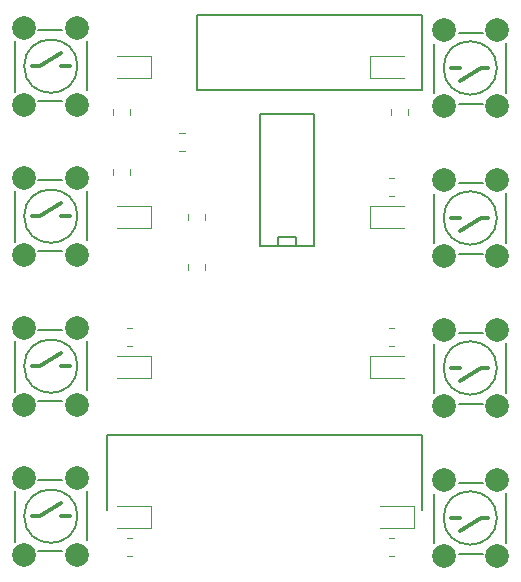
<source format=gbr>
G04 #@! TF.GenerationSoftware,KiCad,Pcbnew,6.0.11-2627ca5db0~126~ubuntu22.04.1*
G04 #@! TF.CreationDate,2023-12-06T10:13:38+01:00*
G04 #@! TF.ProjectId,pushbutton8,70757368-6275-4747-946f-6e382e6b6963,3*
G04 #@! TF.SameCoordinates,PX6657f38PY8eeaea0*
G04 #@! TF.FileFunction,Legend,Top*
G04 #@! TF.FilePolarity,Positive*
%FSLAX46Y46*%
G04 Gerber Fmt 4.6, Leading zero omitted, Abs format (unit mm)*
G04 Created by KiCad (PCBNEW 6.0.11-2627ca5db0~126~ubuntu22.04.1) date 2023-12-06 10:13:38*
%MOMM*%
%LPD*%
G01*
G04 APERTURE LIST*
%ADD10C,0.150000*%
%ADD11C,0.120000*%
%ADD12C,0.300000*%
%ADD13C,2.000000*%
G04 APERTURE END LIST*
D10*
X33655000Y10160000D02*
X33655000Y3810000D01*
X33655000Y45720000D02*
X33655000Y39370000D01*
X6985000Y10160000D02*
X33655000Y10160000D01*
X14605000Y39370000D02*
X14605000Y45720000D01*
X14605000Y45720000D02*
X33655000Y45720000D01*
X6985000Y3810000D02*
X6985000Y10160000D01*
X33655000Y39370000D02*
X14605000Y39370000D01*
D11*
X15340000Y24623752D02*
X15340000Y24101248D01*
X13870000Y24623752D02*
X13870000Y24101248D01*
X13596252Y34190000D02*
X13073748Y34190000D01*
X13596252Y35660000D02*
X13073748Y35660000D01*
X10750000Y40315000D02*
X10750000Y42235000D01*
X10750000Y42235000D02*
X7890000Y42235000D01*
X7890000Y40315000D02*
X10750000Y40315000D01*
X10750000Y27615000D02*
X10750000Y29535000D01*
X10750000Y29535000D02*
X7890000Y29535000D01*
X7890000Y27615000D02*
X10750000Y27615000D01*
X7890000Y14915000D02*
X10750000Y14915000D01*
X10750000Y16835000D02*
X7890000Y16835000D01*
X10750000Y14915000D02*
X10750000Y16835000D01*
X10750000Y2215000D02*
X10750000Y4135000D01*
X7890000Y2215000D02*
X10750000Y2215000D01*
X10750000Y4135000D02*
X7890000Y4135000D01*
X29255000Y42235000D02*
X29255000Y40315000D01*
X32115000Y42235000D02*
X29255000Y42235000D01*
X29255000Y40315000D02*
X32115000Y40315000D01*
X29255000Y29535000D02*
X29255000Y27615000D01*
X29255000Y27615000D02*
X32115000Y27615000D01*
X32115000Y29535000D02*
X29255000Y29535000D01*
X32115000Y16835000D02*
X29255000Y16835000D01*
X29255000Y16835000D02*
X29255000Y14915000D01*
X29255000Y14915000D02*
X32115000Y14915000D01*
X32975000Y2215000D02*
X32975000Y4135000D01*
X30115000Y2215000D02*
X32975000Y2215000D01*
X32975000Y4135000D02*
X30115000Y4135000D01*
X8990000Y37692064D02*
X8990000Y37237936D01*
X7520000Y37692064D02*
X7520000Y37237936D01*
X7520000Y32157936D02*
X7520000Y32612064D01*
X8990000Y32157936D02*
X8990000Y32612064D01*
X8662936Y17680000D02*
X9117064Y17680000D01*
X8662936Y19150000D02*
X9117064Y19150000D01*
X8662936Y-100000D02*
X9117064Y-100000D01*
X8662936Y1370000D02*
X9117064Y1370000D01*
X32485000Y37692064D02*
X32485000Y37237936D01*
X31015000Y37692064D02*
X31015000Y37237936D01*
X31342064Y30380000D02*
X30887936Y30380000D01*
X31342064Y31850000D02*
X30887936Y31850000D01*
X31342064Y17680000D02*
X30887936Y17680000D01*
X31342064Y19150000D02*
X30887936Y19150000D01*
X30887936Y-100000D02*
X31342064Y-100000D01*
X30887936Y1370000D02*
X31342064Y1370000D01*
X15340000Y28347936D02*
X15340000Y28802064D01*
X13870000Y28347936D02*
X13870000Y28802064D01*
D10*
X1200000Y44400000D02*
X3200000Y44400000D01*
D12*
X1350000Y41350000D02*
X3150000Y42450000D01*
D10*
X-800000Y39200000D02*
X-800000Y43500000D01*
D12*
X3150000Y41350000D02*
X3850000Y41350000D01*
D10*
X1200000Y38400000D02*
X3200000Y38400000D01*
D12*
X700000Y41350000D02*
X1350000Y41350000D01*
D10*
X5300000Y39300000D02*
X5300000Y43500000D01*
X4508871Y41350000D02*
G75*
G03*
X4508871Y41350000I-2258871J0D01*
G01*
X-800000Y26500000D02*
X-800000Y30800000D01*
X1200000Y31700000D02*
X3200000Y31700000D01*
X5300000Y26600000D02*
X5300000Y30800000D01*
D12*
X700000Y28650000D02*
X1350000Y28650000D01*
X3150000Y28650000D02*
X3850000Y28650000D01*
X1350000Y28650000D02*
X3150000Y29750000D01*
D10*
X1200000Y25700000D02*
X3200000Y25700000D01*
X4508871Y28650000D02*
G75*
G03*
X4508871Y28650000I-2258871J0D01*
G01*
D12*
X3150000Y15950000D02*
X3850000Y15950000D01*
D10*
X-800000Y13800000D02*
X-800000Y18100000D01*
X1200000Y13000000D02*
X3200000Y13000000D01*
X1200000Y19000000D02*
X3200000Y19000000D01*
D12*
X1350000Y15950000D02*
X3150000Y17050000D01*
D10*
X5300000Y13900000D02*
X5300000Y18100000D01*
D12*
X700000Y15950000D02*
X1350000Y15950000D01*
D10*
X4508871Y15950000D02*
G75*
G03*
X4508871Y15950000I-2258871J0D01*
G01*
X1200000Y6300000D02*
X3200000Y6300000D01*
X1200000Y300000D02*
X3200000Y300000D01*
D12*
X3150000Y3250000D02*
X3850000Y3250000D01*
X700000Y3250000D02*
X1350000Y3250000D01*
D10*
X5300000Y1200000D02*
X5300000Y5400000D01*
D12*
X1350000Y3250000D02*
X3150000Y4350000D01*
D10*
X-800000Y1100000D02*
X-800000Y5400000D01*
X4508871Y3250000D02*
G75*
G03*
X4508871Y3250000I-2258871J0D01*
G01*
D12*
X38655000Y41200000D02*
X36855000Y40100000D01*
D10*
X34705000Y43250000D02*
X34705000Y39050000D01*
X38805000Y38150000D02*
X36805000Y38150000D01*
X40805000Y43350000D02*
X40805000Y39050000D01*
D12*
X36855000Y41200000D02*
X36155000Y41200000D01*
X39305000Y41200000D02*
X38655000Y41200000D01*
D10*
X38805000Y44150000D02*
X36805000Y44150000D01*
X40013871Y41200000D02*
G75*
G03*
X40013871Y41200000I-2258871J0D01*
G01*
D12*
X38655000Y28500000D02*
X36855000Y27400000D01*
D10*
X34705000Y30550000D02*
X34705000Y26350000D01*
X40805000Y30650000D02*
X40805000Y26350000D01*
X38805000Y31450000D02*
X36805000Y31450000D01*
D12*
X36855000Y28500000D02*
X36155000Y28500000D01*
D10*
X38805000Y25450000D02*
X36805000Y25450000D01*
D12*
X39305000Y28500000D02*
X38655000Y28500000D01*
D10*
X40013871Y28500000D02*
G75*
G03*
X40013871Y28500000I-2258871J0D01*
G01*
D12*
X36855000Y15800000D02*
X36155000Y15800000D01*
D10*
X38805000Y12750000D02*
X36805000Y12750000D01*
D12*
X39305000Y15800000D02*
X38655000Y15800000D01*
D10*
X40805000Y17950000D02*
X40805000Y13650000D01*
D12*
X38655000Y15800000D02*
X36855000Y14700000D01*
D10*
X34705000Y17850000D02*
X34705000Y13650000D01*
X38805000Y18750000D02*
X36805000Y18750000D01*
X40013871Y15800000D02*
G75*
G03*
X40013871Y15800000I-2258871J0D01*
G01*
X38805000Y50000D02*
X36805000Y50000D01*
X38805000Y6050000D02*
X36805000Y6050000D01*
X34705000Y5150000D02*
X34705000Y950000D01*
D12*
X36855000Y3100000D02*
X36155000Y3100000D01*
X39305000Y3100000D02*
X38655000Y3100000D01*
X38655000Y3100000D02*
X36855000Y2000000D01*
D10*
X40805000Y5250000D02*
X40805000Y950000D01*
X40013871Y3100000D02*
G75*
G03*
X40013871Y3100000I-2258871J0D01*
G01*
X21463000Y26924000D02*
X22987000Y26924000D01*
X22987000Y26924000D02*
X22987000Y26162000D01*
X24511000Y26162000D02*
X19939000Y26162000D01*
X19939000Y26162000D02*
X19939000Y37338000D01*
X19939000Y37338000D02*
X24511000Y37338000D01*
X24511000Y37338000D02*
X24511000Y26162000D01*
X21463000Y26162000D02*
X21463000Y26924000D01*
D13*
X0Y38100000D03*
X0Y44600000D03*
X4500000Y38100000D03*
X4500000Y44600000D03*
X0Y25400000D03*
X0Y31900000D03*
X4500000Y25400000D03*
X4500000Y31900000D03*
X0Y12700000D03*
X0Y19200000D03*
X4500000Y19200000D03*
X4500000Y12700000D03*
X0Y6500000D03*
X0Y0D03*
X4500000Y0D03*
X4500000Y6500000D03*
X40005000Y44450000D03*
X40005000Y37950000D03*
X35505000Y44450000D03*
X35505000Y37950000D03*
X40005000Y25250000D03*
X40005000Y31750000D03*
X35505000Y25250000D03*
X35505000Y31750000D03*
X40005000Y12550000D03*
X40005000Y19050000D03*
X35505000Y12550000D03*
X35505000Y19050000D03*
X40005000Y-150000D03*
X40005000Y6350000D03*
X35505000Y-150000D03*
X35505000Y6350000D03*
M02*

</source>
